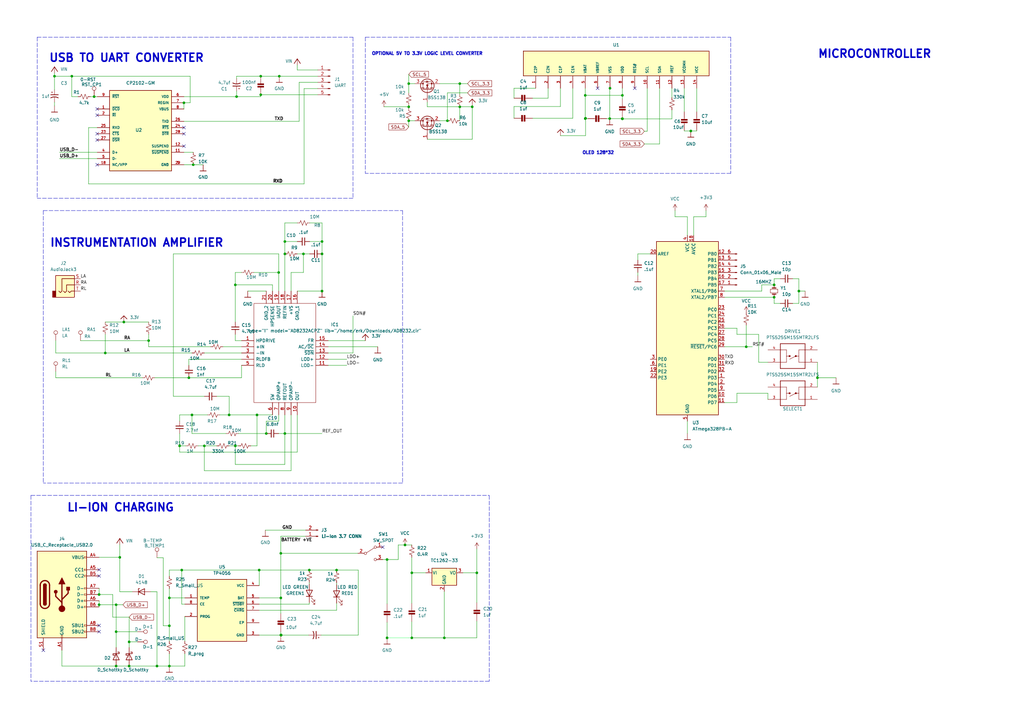
<source format=kicad_sch>
(kicad_sch (version 20211123) (generator eeschema)
  (paper "A3")
  (junction (at 114.3 111.76))
  (junction (at 124.46 104.14))
  (junction (at 167.64 49.53))
  (junction (at 132.08 99.06))
  (junction (at 52.959 273.177))
  (junction (at 116.84 104.14))
  (junction (at 158.75 261.62))
  (junction (at 250.19 36.195))
  (junction (at 335.28 154.94))
  (junction (at 327.66 119.38))
  (junction (at 126.873 233.807))
  (junction (at 182.245 261.62))
  (junction (at 167.64 34.29))
  (junction (at 306.07 142.24))
  (junction (at 132.08 119.38))
  (junction (at 188.595 34.29))
  (junction (at 77.47 154.94))
  (junction (at 50.8 132.08))
  (junction (at 115.189 260.477))
  (junction (at 83.82 182.88))
  (junction (at 69.469 256.667))
  (junction (at 166.116 223.52))
  (junction (at 240.03 48.641))
  (junction (at 158.75 229.489))
  (junction (at 97.028 39.624))
  (junction (at 240.157 48.514))
  (junction (at 195.58 234.95))
  (junction (at 79.248 67.564))
  (junction (at 106.299 233.807))
  (junction (at 168.91 234.95))
  (junction (at 132.08 104.14))
  (junction (at 116.84 99.06))
  (junction (at 75.438 42.164))
  (junction (at 96.52 182.88))
  (junction (at 93.98 170.18))
  (junction (at 22.352 31.242))
  (junction (at 317.5 116.84))
  (junction (at 38.608 39.624))
  (junction (at 96.52 116.84))
  (junction (at 138.049 233.807))
  (junction (at 40.64 248.031))
  (junction (at 255.27 48.641))
  (junction (at 188.595 43.815))
  (junction (at 47.625 248.031))
  (junction (at 49.149 228.6))
  (junction (at 40.64 243.84))
  (junction (at 106.934 38.862))
  (junction (at 114.554 31.242))
  (junction (at 74.549 233.807))
  (junction (at 47.625 259.08))
  (junction (at 29.464 31.242))
  (junction (at 73.66 182.88))
  (junction (at 168.91 261.62))
  (junction (at 43.18 144.78))
  (junction (at 69.469 245.237))
  (junction (at 240.03 39.116))
  (junction (at 255.27 48.768))
  (junction (at 52.959 263.271))
  (junction (at 255.27 39.116))
  (junction (at 115.316 260.477))
  (junction (at 106.934 31.242))
  (junction (at 250.063 48.641))
  (junction (at 115.189 226.949))
  (junction (at 78.74 170.18))
  (junction (at 115.189 245.237))
  (junction (at 47.625 273.177))
  (junction (at 109.22 177.8))
  (junction (at 317.5 121.92))
  (junction (at 105.41 170.18))
  (junction (at 193.675 43.815))
  (junction (at 60.96 139.7))
  (junction (at 183.515 49.53))
  (junction (at 167.64 43.815))
  (junction (at 283.337 53.721))
  (junction (at 116.84 177.8))
  (junction (at 69.469 273.177))
  (junction (at 64.389 273.177))
  (no_connect (at 156.972 224.409))
  (no_connect (at 75.438 52.324))
  (no_connect (at 75.438 54.864))
  (no_connect (at 75.438 59.944))
  (no_connect (at 39.878 57.404))
  (no_connect (at 39.878 54.864))
  (no_connect (at 39.878 47.244))
  (no_connect (at 245.11 36.195))
  (no_connect (at 260.35 36.195))
  (no_connect (at 39.878 44.704))
  (no_connect (at 39.878 67.564))
  (no_connect (at 17.78 266.7))
  (no_connect (at 40.64 256.54))
  (no_connect (at 40.64 259.08))
  (no_connect (at 40.64 233.68))
  (no_connect (at 40.64 236.22))
  (wire (pts (xy 97.028 31.242) (xy 97.028 32.258)))
  (wire (pts (xy 158.75 255.27) (xy 158.75 261.62)))
  (wire (pts (xy 75.819 252.857) (xy 75.819 263.017)))
  (wire (pts (xy 306.07 142.24) (xy 308.61 142.24)))
  (wire (pts (xy 229.87 55.626) (xy 240.157 55.626)))
  (wire (pts (xy 167.64 38.1) (xy 167.64 34.29)))
  (polyline (pts (xy 299.72 71.12) (xy 149.86 71.12)))
  (wire (pts (xy 311.15 137.16) (xy 311.15 148.59)))
  (wire (pts (xy 284.48 96.52) (xy 284.48 88.9)))
  (wire (pts (xy 73.66 182.88) (xy 73.66 185.42)))
  (wire (pts (xy 114.554 31.242) (xy 130.302 31.242)))
  (wire (pts (xy 327.66 119.38) (xy 330.2 119.38)))
  (wire (pts (xy 69.469 245.237) (xy 75.819 245.237)))
  (wire (pts (xy 261.62 106.68) (xy 261.62 104.14)))
  (wire (pts (xy 182.245 261.62) (xy 195.58 261.62)))
  (wire (pts (xy 327.66 119.38) (xy 327.66 124.46)))
  (wire (pts (xy 281.94 172.72) (xy 281.94 177.8)))
  (wire (pts (xy 311.15 148.59) (xy 314.96 148.59)))
  (wire (pts (xy 132.08 119.38) (xy 132.08 104.14)))
  (wire (pts (xy 138.049 234.061) (xy 138.049 233.807)))
  (wire (pts (xy 75.438 49.784) (xy 122.682 49.784)))
  (wire (pts (xy 168.91 234.95) (xy 168.91 247.396)))
  (wire (pts (xy 52.959 253.111) (xy 52.959 263.271)))
  (wire (pts (xy 327.66 114.3) (xy 325.12 114.3)))
  (wire (pts (xy 114.3 172.72) (xy 109.22 172.72)))
  (wire (pts (xy 270.51 36.195) (xy 270.51 59.055)))
  (wire (pts (xy 47.625 259.08) (xy 56.388 259.08)))
  (wire (pts (xy 36.322 52.324) (xy 36.322 75.438)))
  (wire (pts (xy 60.96 142.24) (xy 60.96 139.7)))
  (wire (pts (xy 73.66 170.18) (xy 73.66 172.72)))
  (wire (pts (xy 116.84 177.8) (xy 116.84 190.5)))
  (wire (pts (xy 36.322 75.438) (xy 124.714 75.438)))
  (wire (pts (xy 32.004 39.624) (xy 29.464 39.624)))
  (polyline (pts (xy 12.7 203.2) (xy 12.7 279.4)))
  (wire (pts (xy 49.149 228.6) (xy 49.149 223.393)))
  (wire (pts (xy 276.86 88.9) (xy 276.86 86.36)))
  (wire (pts (xy 73.66 177.8) (xy 73.66 182.88)))
  (wire (pts (xy 49.149 242.697) (xy 49.149 228.6)))
  (wire (pts (xy 229.87 36.195) (xy 229.87 43.688)))
  (wire (pts (xy 105.41 182.88) (xy 105.41 170.18)))
  (wire (pts (xy 157.48 43.815) (xy 167.64 43.815)))
  (polyline (pts (xy 149.86 15.24) (xy 299.72 15.24)))
  (wire (pts (xy 71.12 104.14) (xy 71.12 162.56)))
  (wire (pts (xy 96.52 190.5) (xy 116.84 190.5)))
  (wire (pts (xy 90.17 170.18) (xy 93.98 170.18)))
  (wire (pts (xy 114.3 177.8) (xy 116.84 177.8)))
  (wire (pts (xy 193.675 43.18) (xy 193.675 43.815)))
  (wire (pts (xy 108.839 217.424) (xy 125.349 217.424)))
  (wire (pts (xy 250.063 48.641) (xy 250.063 36.195)))
  (wire (pts (xy 275.59 45.085) (xy 275.59 48.768)))
  (wire (pts (xy 132.08 99.06) (xy 127 99.06)))
  (wire (pts (xy 71.12 162.56) (xy 83.82 162.56)))
  (wire (pts (xy 69.469 236.347) (xy 69.469 233.807)))
  (wire (pts (xy 240.03 48.641) (xy 241.173 48.641)))
  (wire (pts (xy 240.03 39.116) (xy 255.27 39.116)))
  (wire (pts (xy 302.26 165.1) (xy 302.26 161.29)))
  (wire (pts (xy 96.52 182.88) (xy 96.52 190.5)))
  (wire (pts (xy 75.438 42.164) (xy 75.438 44.704)))
  (wire (pts (xy 99.06 111.76) (xy 96.52 111.76)))
  (wire (pts (xy 327.66 114.3) (xy 327.66 119.38)))
  (wire (pts (xy 138.049 239.141) (xy 138.049 239.776)))
  (wire (pts (xy 106.934 39.624) (xy 106.934 38.862)))
  (wire (pts (xy 93.98 182.88) (xy 96.52 182.88)))
  (wire (pts (xy 69.469 241.427) (xy 69.469 245.237)))
  (wire (pts (xy 96.52 132.08) (xy 96.52 116.84)))
  (polyline (pts (xy 200.66 279.4) (xy 12.7 279.4)))
  (wire (pts (xy 270.51 59.055) (xy 264.287 59.055)))
  (wire (pts (xy 210.82 43.688) (xy 210.82 48.514)))
  (wire (pts (xy 317.5 124.46) (xy 320.04 124.46)))
  (wire (pts (xy 63.5 154.94) (xy 77.47 154.94)))
  (wire (pts (xy 124.714 36.322) (xy 124.714 75.438)))
  (wire (pts (xy 130.302 28.702) (xy 121.92 28.702)))
  (wire (pts (xy 75.438 67.564) (xy 79.248 67.564)))
  (wire (pts (xy 96.52 111.76) (xy 96.52 116.84)))
  (wire (pts (xy 126.873 239.522) (xy 126.873 238.887)))
  (polyline (pts (xy 165.1 198.12) (xy 17.78 198.12)))
  (wire (pts (xy 97.028 31.242) (xy 106.934 31.242)))
  (wire (pts (xy 75.438 39.624) (xy 97.028 39.624)))
  (wire (pts (xy 132.08 104.14) (xy 132.08 99.06)))
  (wire (pts (xy 124.46 111.76) (xy 124.46 104.14)))
  (wire (pts (xy 22.86 152.4) (xy 22.86 154.94)))
  (wire (pts (xy 43.18 144.78) (xy 22.86 144.78)))
  (wire (pts (xy 134.62 147.32) (xy 142.24 147.32)))
  (wire (pts (xy 115.189 219.964) (xy 115.189 226.949)))
  (wire (pts (xy 40.64 241.3) (xy 40.64 243.84)))
  (wire (pts (xy 83.82 193.04) (xy 119.38 193.04)))
  (wire (pts (xy 297.18 119.38) (xy 312.42 119.38)))
  (wire (pts (xy 69.469 256.667) (xy 69.469 263.017)))
  (wire (pts (xy 146.939 233.807) (xy 138.049 233.807)))
  (wire (pts (xy 81.28 182.88) (xy 83.82 182.88)))
  (wire (pts (xy 317.5 121.92) (xy 317.5 124.46)))
  (wire (pts (xy 281.94 88.9) (xy 281.94 96.52)))
  (wire (pts (xy 285.75 53.721) (xy 283.337 53.721)))
  (wire (pts (xy 302.26 134.62) (xy 302.26 137.16)))
  (wire (pts (xy 280.67 53.467) (xy 280.67 53.721)))
  (wire (pts (xy 69.469 268.097) (xy 69.469 273.177)))
  (wire (pts (xy 93.98 170.18) (xy 105.41 170.18)))
  (wire (pts (xy 127 91.44) (xy 132.08 91.44)))
  (polyline (pts (xy 144.78 15.24) (xy 144.78 81.28)))
  (wire (pts (xy 297.18 121.92) (xy 317.5 121.92)))
  (wire (pts (xy 77.47 147.32) (xy 77.47 149.86)))
  (wire (pts (xy 114.3 119.38) (xy 114.3 111.76)))
  (wire (pts (xy 66.929 228.727) (xy 66.929 256.667)))
  (wire (pts (xy 126.873 233.807) (xy 138.049 233.807)))
  (wire (pts (xy 109.22 172.72) (xy 109.22 177.8)))
  (wire (pts (xy 73.66 185.42) (xy 121.92 185.42)))
  (wire (pts (xy 188.595 43.815) (xy 193.675 43.815)))
  (wire (pts (xy 131.699 260.477) (xy 146.939 260.477)))
  (wire (pts (xy 39.878 52.324) (xy 36.322 52.324)))
  (wire (pts (xy 24.384 62.484) (xy 39.878 62.484)))
  (wire (pts (xy 73.66 182.88) (xy 76.2 182.88)))
  (wire (pts (xy 121.92 99.06) (xy 116.84 99.06)))
  (wire (pts (xy 183.515 38.1) (xy 191.77 38.1)))
  (wire (pts (xy 74.549 233.807) (xy 106.299 233.807)))
  (wire (pts (xy 317.5 116.84) (xy 317.5 114.3)))
  (wire (pts (xy 33.02 139.7) (xy 60.96 139.7)))
  (wire (pts (xy 167.64 43.18) (xy 167.64 43.815)))
  (wire (pts (xy 302.26 161.29) (xy 314.96 161.29)))
  (wire (pts (xy 158.75 229.489) (xy 158.75 247.65)))
  (wire (pts (xy 96.52 116.84) (xy 111.76 116.84)))
  (wire (pts (xy 168.91 261.62) (xy 168.91 255.016)))
  (wire (pts (xy 83.82 182.88) (xy 88.9 182.88)))
  (wire (pts (xy 285.75 36.195) (xy 285.75 45.847)))
  (wire (pts (xy 74.549 247.777) (xy 74.549 233.807)))
  (wire (pts (xy 224.79 40.259) (xy 224.79 36.195)))
  (wire (pts (xy 167.64 49.53) (xy 167.64 52.07)))
  (wire (pts (xy 342.9 154.94) (xy 335.28 154.94)))
  (wire (pts (xy 119.38 111.76) (xy 124.46 111.76)))
  (wire (pts (xy 40.64 248.031) (xy 47.625 248.031)))
  (wire (pts (xy 60.96 139.7) (xy 60.96 137.16)))
  (wire (pts (xy 69.469 245.237) (xy 69.469 256.667)))
  (wire (pts (xy 43.18 132.08) (xy 50.8 132.08)))
  (wire (pts (xy 163.322 223.52) (xy 166.116 223.52)))
  (wire (pts (xy 61.849 242.697) (xy 64.389 242.697)))
  (wire (pts (xy 83.82 182.88) (xy 83.82 193.04)))
  (wire (pts (xy 158.75 261.62) (xy 168.91 261.62)) (stroke (width 0) (color 72 255 115 1)))
  (wire (pts (xy 126.873 247.777) (xy 126.873 247.142)))
  (wire (pts (xy 97.028 39.624) (xy 106.934 39.624)))
  (wire (pts (xy 134.62 139.7) (xy 149.86 139.7)))
  (wire (pts (xy 134.62 142.24) (xy 154.94 142.24)))
  (wire (pts (xy 229.87 43.688) (xy 210.82 43.688)))
  (polyline (pts (xy 149.86 15.24) (xy 149.86 71.12)))
  (wire (pts (xy 158.75 229.489) (xy 163.322 229.489)))
  (wire (pts (xy 106.934 38.862) (xy 130.302 38.862)))
  (wire (pts (xy 66.929 256.667) (xy 69.469 256.667)))
  (wire (pts (xy 285.75 53.467) (xy 285.75 53.721)))
  (wire (pts (xy 114.3 170.18) (xy 114.3 172.72)))
  (wire (pts (xy 40.64 243.84) (xy 46.228 243.84)))
  (wire (pts (xy 40.64 228.6) (xy 49.149 228.6)))
  (wire (pts (xy 69.469 233.807) (xy 74.549 233.807)))
  (wire (pts (xy 22.352 31.242) (xy 22.352 36.83)))
  (wire (pts (xy 297.18 134.62) (xy 302.26 134.62)))
  (wire (pts (xy 255.27 36.195) (xy 255.27 39.116)))
  (wire (pts (xy 122.682 33.782) (xy 122.682 49.784)))
  (polyline (pts (xy 200.66 203.2) (xy 200.66 279.4)))
  (wire (pts (xy 52.959 273.177) (xy 64.389 273.177)))
  (wire (pts (xy 101.6 119.38) (xy 109.22 119.38)))
  (wire (pts (xy 261.62 104.14) (xy 266.7 104.14)))
  (wire (pts (xy 261.62 111.76) (xy 261.62 113.03)))
  (wire (pts (xy 335.28 148.59) (xy 335.28 154.94)))
  (wire (pts (xy 182.245 242.57) (xy 182.245 261.62)))
  (wire (pts (xy 218.44 48.514) (xy 234.95 48.514)))
  (wire (pts (xy 115.189 245.237) (xy 115.189 251.587)))
  (wire (pts (xy 175.26 57.15) (xy 193.675 57.15)))
  (wire (pts (xy 105.41 170.18) (xy 111.76 170.18)))
  (wire (pts (xy 78.74 177.8) (xy 92.71 177.8)))
  (wire (pts (xy 219.71 36.195) (xy 210.82 36.195)))
  (wire (pts (xy 218.44 40.259) (xy 224.79 40.259)))
  (wire (pts (xy 146.939 260.477) (xy 146.939 233.807)))
  (wire (pts (xy 77.47 154.94) (xy 99.06 154.94)))
  (wire (pts (xy 284.48 88.9) (xy 289.56 88.9)))
  (wire (pts (xy 96.52 139.7) (xy 96.52 137.16)))
  (wire (pts (xy 24.384 65.024) (xy 39.878 65.024)))
  (wire (pts (xy 121.92 26.67) (xy 121.92 28.702)))
  (wire (pts (xy 250.063 36.195) (xy 250.19 36.195)))
  (wire (pts (xy 22.352 29.972) (xy 22.352 31.242)))
  (wire (pts (xy 69.469 273.177) (xy 75.819 273.177)))
  (wire (pts (xy 240.03 36.195) (xy 240.03 39.116)))
  (wire (pts (xy 175.26 43.815) (xy 188.595 43.815)))
  (wire (pts (xy 79.248 67.564) (xy 83.312 67.564)))
  (wire (pts (xy 312.42 116.84) (xy 317.5 116.84)))
  (wire (pts (xy 29.464 39.624) (xy 29.464 31.242)))
  (wire (pts (xy 102.87 182.88) (xy 105.41 182.88)))
  (wire (pts (xy 115.189 226.949) (xy 146.812 226.949)))
  (wire (pts (xy 37.084 39.624) (xy 38.608 39.624)))
  (polyline (pts (xy 15.24 15.24) (xy 15.24 81.28)))
  (wire (pts (xy 312.42 119.38) (xy 312.42 116.84)))
  (wire (pts (xy 168.91 261.62) (xy 182.245 261.62)))
  (wire (pts (xy 40.64 248.031) (xy 40.64 248.92)))
  (wire (pts (xy 166.116 223.52) (xy 168.91 223.52)))
  (wire (pts (xy 97.028 37.338) (xy 97.028 39.624)))
  (wire (pts (xy 167.64 34.29) (xy 170.18 34.29)))
  (wire (pts (xy 121.92 170.18) (xy 121.92 185.42)))
  (wire (pts (xy 116.84 91.44) (xy 116.84 99.06)))
  (wire (pts (xy 52.959 263.271) (xy 52.959 265.557)))
  (wire (pts (xy 175.26 41.91) (xy 175.26 43.815)))
  (wire (pts (xy 25.4 273.177) (xy 47.625 273.177)))
  (wire (pts (xy 97.79 177.8) (xy 109.22 177.8)))
  (wire (pts (xy 134.62 144.78) (xy 144.78 144.78)))
  (wire (pts (xy 134.62 149.86) (xy 142.24 149.86)))
  (wire (pts (xy 71.12 104.14) (xy 114.3 104.14)))
  (wire (pts (xy 121.92 119.38) (xy 132.08 119.38)))
  (wire (pts (xy 314.96 161.29) (xy 314.96 163.83)))
  (wire (pts (xy 25.4 266.7) (xy 25.4 273.177)))
  (wire (pts (xy 106.299 250.317) (xy 138.049 250.317)))
  (wire (pts (xy 93.98 162.56) (xy 93.98 170.18)))
  (wire (pts (xy 49.149 242.697) (xy 54.229 242.697)))
  (wire (pts (xy 144.78 144.78) (xy 144.78 129.54)))
  (wire (pts (xy 46.228 243.84) (xy 46.228 253.111)))
  (wire (pts (xy 255.27 48.768) (xy 255.27 48.641)))
  (wire (pts (xy 115.189 259.207) (xy 115.189 260.477)))
  (wire (pts (xy 195.58 254.762) (xy 195.58 261.62)))
  (wire (pts (xy 167.64 43.815) (xy 167.64 44.45)))
  (wire (pts (xy 91.44 142.24) (xy 99.06 142.24)))
  (wire (pts (xy 116.84 170.18) (xy 116.84 177.8)))
  (wire (pts (xy 47.625 248.031) (xy 47.625 259.08)))
  (wire (pts (xy 317.5 114.3) (xy 320.04 114.3)))
  (wire (pts (xy 265.43 36.195) (xy 265.43 53.848)))
  (wire (pts (xy 114.3 111.76) (xy 114.3 104.14)))
  (wire (pts (xy 96.52 182.88) (xy 97.79 182.88)))
  (wire (pts (xy 47.625 273.177) (xy 52.959 273.177)))
  (wire (pts (xy 195.58 225.171) (xy 195.58 234.95)))
  (wire (pts (xy 64.389 273.177) (xy 69.469 273.177)))
  (wire (pts (xy 99.06 154.94) (xy 99.06 149.86)))
  (wire (pts (xy 88.9 162.56) (xy 93.98 162.56)))
  (wire (pts (xy 195.58 234.95) (xy 195.58 247.142)))
  (wire (pts (xy 302.26 137.16) (xy 311.15 137.16)))
  (wire (pts (xy 240.03 39.116) (xy 240.03 48.641)))
  (polyline (pts (xy 144.78 81.28) (xy 15.24 81.28)))
  (wire (pts (xy 77.978 42.164) (xy 77.978 31.242)))
  (wire (pts (xy 280.67 53.721) (xy 283.337 53.721)))
  (wire (pts (xy 255.27 48.641) (xy 255.27 48.26)))
  (wire (pts (xy 255.27 39.116) (xy 255.27 40.64)))
  (wire (pts (xy 210.82 36.195) (xy 210.82 40.259)))
  (polyline (pts (xy 165.1 86.36) (xy 165.1 198.12)))
  (wire (pts (xy 115.189 226.949) (xy 115.189 245.237)))
  (wire (pts (xy 83.82 144.78) (xy 99.06 144.78)))
  (wire (pts (xy 106.299 245.237) (xy 115.189 245.237)))
  (wire (pts (xy 130.302 36.322) (xy 124.714 36.322)))
  (wire (pts (xy 47.625 259.08) (xy 47.625 265.557)))
  (polyline (pts (xy 17.78 86.36) (xy 165.1 86.36)))
  (wire (pts (xy 75.819 247.777) (xy 74.549 247.777)))
  (polyline (pts (xy 17.78 86.36) (xy 17.78 198.12)))
  (wire (pts (xy 276.86 88.9) (xy 281.94 88.9)))
  (wire (pts (xy 189.865 234.95) (xy 195.58 234.95)))
  (wire (pts (xy 119.38 193.04) (xy 119.38 170.18)))
  (wire (pts (xy 121.92 104.14) (xy 124.46 104.14)))
  (wire (pts (xy 99.06 139.7) (xy 96.52 139.7)))
  (wire (pts (xy 188.595 34.29) (xy 188.595 38.735)))
  (wire (pts (xy 248.793 48.641) (xy 250.063 48.641)))
  (wire (pts (xy 121.92 91.44) (xy 116.84 91.44)))
  (wire (pts (xy 29.464 31.242) (xy 77.978 31.242)))
  (wire (pts (xy 167.64 30.48) (xy 167.64 34.29)))
  (wire (pts (xy 188.595 34.29) (xy 180.34 34.29)))
  (wire (pts (xy 250.063 48.641) (xy 255.27 48.641)))
  (wire (pts (xy 138.049 250.317) (xy 138.049 247.396)))
  (wire (pts (xy 64.389 242.697) (xy 64.389 273.177)))
  (wire (pts (xy 297.18 165.1) (xy 302.26 165.1)))
  (wire (pts (xy 168.91 228.6) (xy 168.91 234.95)))
  (wire (pts (xy 255.27 48.768) (xy 275.59 48.768)))
  (wire (pts (xy 116.84 104.14) (xy 116.84 119.38)))
  (wire (pts (xy 40.64 246.38) (xy 40.64 248.031)))
  (wire (pts (xy 114.3 111.76) (xy 104.14 111.76)))
  (wire (pts (xy 106.299 233.807) (xy 126.873 233.807)))
  (wire (pts (xy 188.595 43.815) (xy 188.595 49.53)))
  (wire (pts (xy 234.95 48.514) (xy 234.95 36.195)))
  (polyline (pts (xy 15.24 15.24) (xy 144.78 15.24)))
  (wire (pts (xy 111.76 116.84) (xy 111.76 119.38)))
  (wire (pts (xy 22.352 31.242) (xy 29.464 31.242)))
  (wire (pts (xy 265.43 53.848) (xy 264.287 53.848)))
  (wire (pts (xy 106.299 247.777) (xy 126.873 247.777)))
  (wire (pts (xy 46.228 253.111) (xy 52.959 253.111)))
  (wire (pts (xy 52.959 263.271) (xy 56.388 263.271)))
  (wire (pts (xy 116.84 99.06) (xy 116.84 104.14)))
  (wire (pts (xy 22.352 41.91) (xy 22.352 43.434)))
  (wire (pts (xy 122.682 33.782) (xy 130.302 33.782)))
  (wire (pts (xy 75.438 62.484) (xy 79.248 62.484)))
  (wire (pts (xy 78.74 170.18) (xy 85.09 170.18)))
  (wire (pts (xy 289.56 88.9) (xy 289.56 86.36)))
  (wire (pts (xy 183.515 49.53) (xy 183.515 38.1)))
  (wire (pts (xy 115.316 260.477) (xy 126.619 260.477)))
  (wire (pts (xy 124.46 104.14) (xy 127 104.14)))
  (wire (pts (xy 119.38 119.38) (xy 119.38 111.76)))
  (wire (pts (xy 22.86 144.78) (xy 22.86 139.7)))
  (wire (pts (xy 168.91 234.95) (xy 174.625 234.95)))
  (wire (pts (xy 64.389 228.727) (xy 66.929 228.727)))
  (wire (pts (xy 43.18 144.78) (xy 78.74 144.78)))
  (wire (pts (xy 106.299 233.807) (xy 106.299 240.157)))
  (wire (pts (xy 193.675 43.815) (xy 193.675 57.15)))
  (wire (pts (xy 50.8 132.08) (xy 60.96 132.08)))
  (wire (pts (xy 335.28 158.75) (xy 335.28 154.94)))
  (wire (pts (xy 180.34 49.53) (xy 183.515 49.53)))
  (wire (pts (xy 297.18 142.24) (xy 306.07 142.24)))
  (wire (pts (xy 275.59 36.195) (xy 275.59 40.005)))
  (wire (pts (xy 163.322 229.489) (xy 163.322 223.52)))
  (wire (pts (xy 280.67 36.195) (xy 280.67 45.847)))
  (wire (pts (xy 132.08 91.44) (xy 132.08 99.06)))
  (wire (pts (xy 77.47 147.32) (xy 99.06 147.32)))
  (wire (pts (xy 22.86 154.94) (xy 58.42 154.94)))
  (wire (pts (xy 240.157 55.626) (xy 240.157 48.514)))
  (wire (pts (xy 125.349 219.964) (xy 115.189 219.964)))
  (polyline (pts (xy 299.72 15.24) (xy 299.72 71.12)))
  (wire (pts (xy 86.36 142.24) (xy 60.96 142.24)))
  (wire (pts (xy 116.84 177.8) (xy 132.08 177.8)))
  (wire (pts (xy 50.419 248.031) (xy 47.625 248.031)))
  (wire (pts (xy 78.74 170.18) (xy 78.74 177.8)))
  (wire (pts (xy 38.608 39.624) (xy 39.878 39.624)))
  (wire (pts (xy 75.819 268.097) (xy 75.819 273.177)))
  (wire (pts (xy 191.77 34.29) (xy 188.595 34.29)))
  (wire (pts (xy 78.74 170.18) (xy 73.66 170.18)))
  (wire (pts (xy 306.07 133.35) (xy 306.07 142.24)))
  (wire (pts (xy 167.64 49.53) (xy 170.18 49.53)))
  (wire (pts (xy 156.972 229.489) (xy 158.75 229.489)))
  (wire (pts (xy 106.299 260.477) (xy 115.189 260.477)))
  (wire (pts (xy 327.66 124.46) (xy 325.12 124.46)))
  (wire (pts (xy 43.18 137.16) (xy 43.18 144.78)))
  (polyline (pts (xy 12.7 203.2) (xy 200.66 203.2)))
  (wire (pts (xy 75.438 42.164) (xy 77.978 42.164)))
  (wire (pts (xy 106.934 31.242) (xy 114.554 31.242)))
  (text "USB TO UART CONVERTER\n" (at 19.939 25.781 0) (effects (font (size 3.27 3.27) (thickness 0.654) bold) (justify left bottom)))
  (text "OLED 128*32\n" (at 238.76 63.5 0) (effects (font (size 1.27 1.27) (thickness 0.654) bold) (justify left bottom)))
  (text "INSTRUMENTATION AMPLIFIER\n" (at 20.32 101.6 0) (effects (font (size 3.27 3.27) (thickness 0.654) bold) (justify left bottom)))
  (text "MICROCONTROLLER" (at 335.28 24.13 0) (effects (font (size 3.27 3.27) bold) (justify left bottom)))
  (text "LI-ION CHARGING " (at 27.305 210.185 0) (effects (font (size 3.27 3.27) (thickness 0.654) bold) (justify left bottom)))
  (text "OPTIONAL 5V TO 3.3V LOGIC LEVEL CONVERTER\n" (at 152.4 22.86 0) (effects (font (size 1.27 1.27) (thickness 0.654) bold) (justify left bottom)))
  (label "RXD" (at 297.18 149.86 0))
  (label "RST#" (at 308.61 142.24 0))
  (label "RA" (at 33.02 116.84 0))
  (label "LDO-" (at 142.24 149.86 0))
  (label "SDN#" (at 144.78 129.54 0))
  (label "LA" (at 33.02 114.3 0))
  (label "TXD" (at 112.522 49.784 0) (effects (font bold)))
  (label "TXD" (at 297.18 147.32 0))
  (label "RL" (at 43.18 154.94 0) (effects (font bold)))
  (label "GND" (at 115.697 217.424 0) (effects (font (thickness 0.254) bold)))
  (label "RL" (at 33.02 119.38 0))
  (label "USB_D+" (at 24.384 65.024 0) (effects (font bold)))
  (label "BATTERY +VE" (at 115.189 222.504 0) (effects (font (thickness 0.254) bold)))
  (label "RXD" (at 111.887 75.438 0) (effects (font (size 1.26 1.26) (thickness 65.4) bold)))
  (label "RA" (at 50.8 139.7 0) (effects (font bold)))
  (label "USB_D-" (at 24.384 62.484 0) (effects (font bold)))
  (label "REF_OUT" (at 132.08 177.8 0))
  (label "LA" (at 50.8 144.78 0) (effects (font bold)))
  (label "LDO+" (at 142.24 147.32 0))
  (global_label "SCL_5" (shape input) (at 167.64 30.48 0) (property "Intersheet References" "${INTERSHEET_REFS}" (effects hide)))
  (global_label "SDA_5" (shape input) (at 167.64 52.07 180) (property "Intersheet References" "${INTERSHEET_REFS}" (effects hide)))
  (global_label "SCL_3.3" (shape input) (at 264.287 53.848 180) (property "Intersheet References" "${INTERSHEET_REFS}" (effects hide)))
  (global_label "USB_D+" (shape input) (at 50.419 248.031 0) (property "Intersheet References" "${INTERSHEET_REFS}" (effects hide)))
  (global_label "SCL_3.3" (shape input) (at 191.77 34.29 0) (property "Intersheet References" "${INTERSHEET_REFS}" (effects hide)))
  (global_label "SDA_3.3" (shape input) (at 264.287 59.055 180) (property "Intersheet References" "${INTERSHEET_REFS}" (effects hide)))
  (global_label "USB_D-" (shape input) (at 52.959 253.111 0) (property "Intersheet References" "${INTERSHEET_REFS}" (effects hide)))
  (global_label "SDA_3.3" (shape input) (at 191.77 38.1 0) (property "Intersheet References" "${INTERSHEET_REFS}" (effects hide)))
  (symbol (lib_id "Device:R_Small_US") (at 138.049 236.601 180) (unit 1)
    (property "Reference" "R24" (at 135.509 237.871 0))
    (property "Value" "1k" (at 135.509 235.331 0))
    (property "Footprint" "Resistor_SMD:R_0603_1608Metric" (effects hide))
  )
  (symbol (lib_id "Device:R_Small_US") (at 306.07 130.81 0) (unit 1)
    (property "Reference" "R11" (at 306.578 125.476 0) (effects (justify left)))
    (property "Value" "10K" (at 306.578 128.016 0) (effects (justify left)))
    (property "Footprint" "Resistor_SMD:R_0603_1608Metric" (effects hide))
  )
  (symbol (lib_id "Connector:TestPoint") (at 22.86 152.4 0) (unit 1)
    (property "Reference" "RL1" (at 25.4 147.8279 0) (effects (justify left)))
    (property "Value" "RL" (at 25.4 150.3679 0) (effects (justify left)))
    (property "Footprint" "TestPoint:TestPoint_Pad_D1.0mm" (effects hide))
  )
  (symbol (lib_id "Connector:TestPoint") (at 56.388 259.08 270) (unit 1)
    (property "Reference" "D+1" (at 58.547 257.048 90) (effects (justify left)))
    (property "Value" "D+" (at 55.245 258.064 90) (effects (justify left)))
    (property "Footprint" "TestPoint:TestPoint_Pad_D1.0mm" (effects hide))
  )
  (symbol (lib_id "SSD1306:SSD1306") (at 252.73 28.575 0) (unit 1)
    (property "Reference" "U1" (at 252.73 18.415 0))
    (property "Value" "SSD1306" (effects hide))
    (property "Footprint" "SSD1306:SSD1306" (effects hide))
  )
  (symbol (lib_id "Adafruit OLED 128x32 Mono I2C-eagle-import:CAP_CERAMIC0402") (at 280.67 48.387 180) (unit 1)
    (property "Reference" "C6" (at 276.479 49.784 0) (effects (justify right)))
    (property "Value" "10uf" (at 275.971 52.197 0) (effects (justify right)))
    (property "Footprint" "Capacitor_SMD:C_0603_1608Metric" (effects hide))
  )
  (symbol (lib_id "Connector:USB_C_Receptacle_USB2.0") (at 25.4 243.84 0) (unit 1)
    (property "Reference" "J4" (at 25.4 220.98 0))
    (property "Value" "USB_C_Receptacle_USB2.0" (at 25.4 223.52 0))
    (property "Footprint" "Connector_USB:USB_C_Receptacle_HRO_TYPE-C-31-M-12" (effects hide))
    (property "Datasheet" "https://www.usb.org/sites/default/files/documents/usb_type-c.zip" (effects hide))
  )
  (symbol (lib_id "Connector:TestPoint") (at 38.608 39.624 0) (unit 1)
    (property "Reference" "RST_CP1" (at 33.401 34.671 0) (effects (justify left)))
    (property "Value" "0-RST" (at 32.893 32.639 0) (effects (justify left)))
    (property "Footprint" "TestPoint:TestPoint_Pad_D1.0mm" (effects hide))
  )
  (symbol (lib_id "Device:C_Small") (at 261.62 109.22 180) (unit 1)
    (property "Reference" "C12" (at 264.16 107.9435 0) (effects (justify right)))
    (property "Value" ".1uf" (at 264.16 110.4835 0) (effects (justify right)))
    (property "Footprint" "Capacitor_SMD:C_0603_1608Metric" (effects hide))
  )
  (symbol (lib_id "Device:R_Small_US") (at 75.819 265.557 180) (unit 1)
    (property "Reference" "R27" (at 77.089 265.557 0) (effects (justify right)))
    (property "Value" "R_prog" (at 77.089 268.097 0) (effects (justify right)))
    (property "Footprint" "Resistor_SMD:R_0603_1608Metric" (effects hide))
  )
  (symbol (lib_id "Device:D_Schottky") (at 52.959 269.367 270) (unit 1)
    (property "Reference" "D3" (at 56.515 269.875 90))
    (property "Value" "D_Schottky" (at 55.753 274.701 90))
    (property "Footprint" "Diode_SMD:D_0603_1608Metric" (effects hide))
  )
  (symbol (lib_id "Adafruit OLED 128x32 Mono I2C-eagle-import:3.3V") (at 149.86 139.7 0) (unit 1)
    (property "Reference" "#0106" (effects hide))
    (property "Value" "3.3V" (at 152.4 137.7949 0) (effects (font (size 1.27 1.0795)) (justify left)))
    (property "Footprint" "Adafruit OLED 128x32 Mono I2C:" (effects hide))
  )
  (symbol (lib_id "Device:C_Small") (at 96.52 134.62 180) (unit 1)
    (property "Reference" "C15" (at 99.06 133.3435 0) (effects (justify right)))
    (property "Value" "4.7uf" (at 99.06 135.8835 0) (effects (justify right)))
    (property "Footprint" "Capacitor_SMD:C_0603_1608Metric" (effects hide))
  )
  (symbol (lib_id "tactile switch:PTS525SM15SMTR2LFS") (at 325.12 146.05 180) (unit 1)
    (property "Reference" "DRIVE1" (at 325.12 135.89 0))
    (property "Value" "PTS525SM15SMTR2LFS" (at 325.12 138.43 0))
    (property "Footprint" "SW_PTS525SM15SMTR2LFS" (effects hide))
    (property "MANUFACTURER" "C & K" (effects hide))
    (property "STANDARD" "Manufacturer REcommendation" (effects hide))
    (property "PARTREV" "NA" (effects hide))
  )
  (symbol (lib_id "MCU_Microchip_ATmega:ATmega328PB-A") (at 281.94 134.62 0) (unit 1)
    (property "Reference" "U3" (at 283.9594 173.355 0) (effects (justify left)))
    (property "Value" "ATmega328PB-A" (at 283.9594 175.895 0) (effects (justify left)))
    (property "Footprint" "Package_QFP:TQFP-32_7x7mm_P0.8mm" (effects hide))
    (property "Datasheet" "http://ww1.microchip.com/downloads/en/DeviceDoc/40001906C.pdf" (effects hide))
  )
  (symbol (lib_id "Device:R_Small_US") (at 78.74 182.88 90) (unit 1)
    (property "Reference" "R19" (at 75.6412 181.7116 90) (effects (justify left)))
    (property "Value" "1M" (at 79.3496 185.0644 90) (effects (justify left)))
    (property "Footprint" "Resistor_SMD:R_0603_1608Metric" (effects hide))
  )
  (symbol (lib_id "Device:R_Small_US") (at 186.055 49.53 90) (unit 1)
    (property "Reference" "R6" (at 191.135 48.26 90) (effects (justify left)))
    (property "Value" "10k" (at 191.77 50.8 90) (effects (justify left)))
    (property "Footprint" "Resistor_SMD:R_0603_1608Metric" (effects hide))
  )
  (symbol (lib_id "Connector:TestPoint") (at 56.388 263.271 270) (unit 1)
    (property "Reference" "D-1" (at 58.547 265.303 90) (effects (justify left)))
    (property "Value" "D-" (at 55.372 262.255 90) (effects (justify left)))
    (property "Footprint" "TestPoint:TestPoint_Pad_D1.0mm" (effects hide))
  )
  (symbol (lib_id "Adafruit OLED 128x32 Mono I2C-eagle-import:GND") (at 114.554 33.782 0) (unit 1)
    (property "Reference" "#U0109" (effects hide))
    (property "Value" "GND" (at 114.554 36.322 0))
    (property "Footprint" "Adafruit OLED 128x32 Mono I2C:" (effects hide))
  )
  (symbol (lib_id "Adafruit OLED 128x32 Mono I2C-eagle-import:GND") (at 132.08 121.92 0) (unit 1)
    (property "Reference" "#U0112" (effects hide))
    (property "Value" "GND" (at 132.08 124.714 0))
    (property "Footprint" "Adafruit OLED 128x32 Mono I2C:" (effects hide))
  )
  (symbol (lib_id "Adafruit OLED 128x32 Mono I2C-eagle-import:GND") (at 22.352 45.974 0) (unit 1)
    (property "Reference" "#0107" (effects hide))
    (property "Value" "GND" (at 22.352 49.149 0))
    (property "Footprint" "Adafruit OLED 128x32 Mono I2C:" (effects hide))
  )
  (symbol (lib_id "Device:R_Small_US") (at 43.18 134.62 0) (unit 1)
    (property "Reference" "R12" (at 44.831 133.3499 0) (effects (justify left)))
    (property "Value" "10M" (at 44.831 135.8899 0) (effects (justify left)))
    (property "Footprint" "Resistor_SMD:R_0603_1608Metric" (effects hide))
  )
  (symbol (lib_id "Device:C_Small") (at 111.76 177.8 270) (unit 1)
    (property "Reference" "C19" (at 111.7536 171.45 90))
    (property "Value" "6.8nf" (at 111.7536 173.99 90))
    (property "Footprint" "Capacitor_SMD:C_0603_1608Metric" (effects hide))
  )
  (symbol (lib_id "Device:R_Small_US") (at 69.469 238.887 0) (unit 1)
    (property "Reference" "R25" (at 72.009 237.6169 0) (effects (justify left)))
    (property "Value" "R_Small_US" (at 72.009 240.1569 0) (effects (justify left)))
    (property "Footprint" "Resistor_SMD:R_0603_1608Metric" (effects hide))
  )
  (symbol (lib_id "Adafruit OLED 128x32 Mono I2C-eagle-import:3.3V") (at 50.8 132.08 0) (unit 1)
    (property "Reference" "#0109" (effects hide))
    (property "Value" "3.3V" (at 53.34 130.1749 0) (effects (font (size 1.27 1.0795)) (justify left)))
    (property "Footprint" "Adafruit OLED 128x32 Mono I2C:" (effects hide))
  )
  (symbol (lib_id "Regulator_Linear:TC1262-33") (at 182.245 234.95 0) (unit 1)
    (property "Reference" "U4" (at 182.245 227.33 0))
    (property "Value" "TC1262-33" (at 182.245 229.87 0))
    (property "Footprint" "Package_TO_SOT_SMD:SOT-223" (effects hide))
    (property "Datasheet" "http://ww1.microchip.com/downloads/en/DeviceDoc/21373C.pdf" (effects hide))
  )
  (symbol (lib_id "Adafruit OLED 128x32 Mono I2C-eagle-import:3.3V") (at 229.87 55.626 0) (unit 1)
    (property "Reference" "#0105" (effects hide))
    (property "Value" "3.3V" (at 232.41 53.7209 0) (effects (font (size 1.27 1.0795)) (justify left)))
    (property "Footprint" "Adafruit OLED 128x32 Mono I2C:" (effects hide))
  )
  (symbol (lib_id "Device:R_Small_US") (at 124.46 91.44 270) (unit 1)
    (property "Reference" "R8" (at 128.778 92.4052 90) (effects (justify left)))
    (property "Value" "10M" (at 127 88.9 90) (effects (justify left)))
    (property "Footprint" "Resistor_SMD:R_0603_1608Metric" (effects hide))
  )
  (symbol (lib_id "Adafruit OLED 128x32 Mono I2C-eagle-import:CAP_CERAMIC0402") (at 115.189 256.667 0) (unit 1)
    (property "Reference" "C23" (at 117.729 253.8729 0) (effects (justify left)))
    (property "Value" "10uf" (at 117.221 257.302 0) (effects (justify left)))
    (property "Footprint" "Capacitor_SMD:C_0603_1608Metric" (effects hide))
  )
  (symbol (lib_id "Device:R_Small_US") (at 275.59 42.545 0) (unit 1)
    (property "Reference" "R4" (at 276.098 37.211 0) (effects (justify left)))
    (property "Value" "330k" (at 276.098 39.751 0) (effects (justify left)))
    (property "Footprint" "Resistor_SMD:R_0603_1608Metric" (effects hide))
  )
  (symbol (lib_id "Device:C_Polarized_Small_US") (at 129.159 260.477 270) (mirror x) (unit 1)
    (property "Reference" "C24" (at 129.5908 253.111 90))
    (property "Value" "4.7uf" (at 129.5908 255.651 90))
    (property "Footprint" "Capacitor_SMD:C_0603_1608Metric" (effects hide))
  )
  (symbol (lib_id "power:VCC") (at 306.07 128.27 0) (unit 1)
    (property "Reference" "#PWR0103" (effects hide))
    (property "Value" "VCC" (at 306.07 123.444 0))
  )
  (symbol (lib_id "Adafruit OLED 128x32 Mono I2C-eagle-import:GND") (at 69.469 275.717 0) (unit 1)
    (property "Reference" "#0103" (effects hide))
    (property "Value" "GND" (at 69.469 278.257 0))
    (property "Footprint" "Adafruit OLED 128x32 Mono I2C:" (effects hide))
  )
  (symbol (lib_id "CP2102-GM:CP2102-GM") (at 57.658 54.864 0) (unit 1)
    (property "Reference" "U2" (at 56.896 53.34 0))
    (property "Value" "CP2102-GM" (at 57.658 34.036 0))
    (property "Footprint" "CP2102-GM:QFN50P500X500X100-29N" (effects hide))
    (property "SNAPEDA_PACKAGE_ID" "11371" (effects hide))
    (property "PRICE" "3.43 USD" (effects hide))
    (property "AVAILABILITY" "Good" (effects hide))
    (property "MANUFACTURER" "Silicon Labs" (effects hide))
    (property "DESCRIPTION" "IC USB-TO-UART BRIDGE 28VQFN" (effects hide))
    (property "PARTREV" "1.8" (effects hide))
    (property "PACKAGE" "QFN-28 Silicon Labs" (effects hide))
    (property "STANDARD" "IPC-7351B" (effects hide))
    (property "MP" "CP2102-GM" (effects hide))
  )
  (symbol (lib_id "Adafruit OLED 128x32 Mono I2C-eagle-import:CAP_CERAMIC0402") (at 255.27 43.18 180) (unit 1)
    (property "Reference" "C5" (at 257.429 43.1799 0) (effects (justify right)))
    (property "Value" "1uf" (at 257.429 45.7199 0) (effects (justify right)))
    (property "Footprint" "Capacitor_SMD:C_0603_1608Metric" (effects hide))
  )
  (symbol (lib_id "Transistor_FET:BSS138") (at 175.26 36.83 90) (unit 1)
    (property "Reference" "Q1" (at 179.07 37.465 90))
    (property "Value" "BSS138" (at 179.07 40.005 90))
    (property "Footprint" "Package_TO_SOT_SMD:SOT-23" (effects hide))
    (property "Datasheet" "https://www.onsemi.com/pub/Collateral/BSS138-D.PDF" (effects hide))
  )
  (symbol (lib_id "Device:R_Small_US") (at 168.91 226.06 0) (unit 1)
    (property "Reference" "R22" (at 171.069 224.7899 0) (effects (justify left)))
    (property "Value" "0.4R" (at 171.069 227.3299 0) (effects (justify left)))
    (property "Footprint" "Resistor_SMD:R_0603_1608Metric" (effects hide))
  )
  (symbol (lib_id "Device:C_Small") (at 322.58 114.3 90) (unit 1)
    (property "Reference" "C13" (at 322.5863 107.95 90))
    (property "Value" "10p" (at 322.5863 110.49 90))
    (property "Footprint" "Capacitor_SMD:C_0603_1608Metric" (effects hide))
  )
  (symbol (lib_id "AD8232ACPZ:AD8232ACPZ") (at 99.06 139.7 0) (unit 1)
    (property "Reference" "IC1" (at 137.3124 133.1212 0))
    (property "Value" "AD8232ACPZ" (at 137.3124 135.6612 0))
    (property "Footprint" "KiCad:QFN50P400X400X80-21N-D" (effects hide))
    (property "Datasheet" "https://www.analog.com/media/en/technical-documentation/data-sheets/ad8232.pdf" (effects hide))
    (property "Description" "ADI ECG and HRM IC Single Lead" (effects hide))
    (property "Height" "0.8" (effects hide))
    (property "Manufacturer_Name" "Analog Devices" (effects hide))
    (property "Manufacturer_Part_Number" "AD8232ACPZ" (effects hide))
    (property "Mouser Part Number" "N/A" (effects hide))
    (property "Mouser Price/Stock" "https://www.mouser.co.uk/ProductDetail/Analog-Devices/AD8232ACPZ?qs=%252BEew9%252B0nqrDwrV1NZJDXjA%3D%3D" (effects hide))
    (property "Spice_Primitive" "I" (effects hide))
    (property "Spice_Netlist_Enabled" "Y" (effects hide))
    (property "Spice_Lib_File" "/home/erk/Downloads/AD8232.cir" (effects hide))
  )
  (symbol (lib_id "Adafruit OLED 128x32 Mono I2C-eagle-import:GND") (at 83.312 70.104 0) (unit 1)
    (property "Reference" "#0108" (effects hide))
    (property "Value" "GND" (at 83.312 72.644 0))
    (property "Footprint" "Adafruit OLED 128x32 Mono I2C:" (effects hide))
  )
  (symbol (lib_id "Device:R_Small_US") (at 34.544 39.624 90) (unit 1)
    (property "Reference" "R1" (at 31.369 37.846 90))
    (property "Value" "4.7k" (at 34.544 42.164 90))
    (property "Footprint" "Resistor_SMD:R_0603_1608Metric" (effects hide))
  )
  (symbol (lib_id "Device:R_Small_US") (at 79.248 65.024 0) (unit 1)
    (property "Reference" "R7" (at 81.28 63.7539 0) (effects (justify left)))
    (property "Value" "10K" (at 81.28 66.2939 0) (effects (justify left)))
    (property "Footprint" "Resistor_SMD:R_0603_1608Metric" (effects hide))
  )
  (symbol (lib_id "Switch:SW_SPDT") (at 151.892 226.949 0) (unit 1)
    (property "Reference" "SW1" (at 157.226 219.075 0))
    (property "Value" "SW_SPDT" (at 157.226 221.615 0))
    (property "Footprint" "Button_Switch_SMD:SW_SPDT_PCM12" (effects hide))
  )
  (symbol (lib_id "Adafruit OLED 128x32 Mono I2C-eagle-import:GND") (at 342.9 157.48 0) (mirror y) (unit 1)
    (property "Reference" "#U0103" (effects hide))
    (property "Value" "GND" (at 342.9 160.274 0))
    (property "Footprint" "Adafruit OLED 128x32 Mono I2C:" (effects hide))
  )
  (symbol (lib_id "Adafruit OLED 128x32 Mono I2C-eagle-import:3.3V") (at 193.675 43.18 0) (unit 1)
    (property "Reference" "#U0107" (effects hide))
    (property "Value" "3.3V" (at 196.215 41.2749 0) (effects (font (size 1.27 1.0795)) (justify left)))
    (property "Footprint" "Adafruit OLED 128x32 Mono I2C:" (effects hide))
  )
  (symbol (lib_id "Connector:Conn_01x06_Male") (at 302.26 111.76 180) (unit 1)
    (property "Reference" "J5" (at 303.53 109.2199 0) (effects (justify right)))
    (property "Value" "Conn_01x06_Male" (at 303.53 111.7599 0) (effects (justify right)))
    (property "Footprint" "TEST_POINT_MATRIX_6-PIN:6PIN_CONN" (effects hide))
  )
  (symbol (lib_id "Device:R_Small_US") (at 69.469 265.557 180) (unit 1)
    (property "Reference" "R26" (at 64.389 264.287 0) (effects (justify right)))
    (property "Value" "R_Small_US" (at 64.389 261.747 0) (effects (justify right)))
    (property "Footprint" "Resistor_SMD:R_0603_1608Metric" (effects hide))
  )
  (symbol (lib_id "Adafruit OLED 128x32 Mono I2C-eagle-import:GND") (at 330.2 121.92 0) (unit 1)
    (property "Reference" "#U0105" (effects hide))
    (property "Value" "GND" (at 330.2 124.714 0))
    (property "Footprint" "Adafruit OLED 128x32 Mono I2C:" (effects hide))
  )
  (symbol (lib_id "Connector:Conn_01x05_Male") (at 135.382 33.782 0) (mirror y) (unit 1)
    (property "Reference" "J1" (at 137.16 32.5119 0) (effects (justify right)))
    (property "Value" "UART" (at 137.16 35.0519 0) (effects (justify right)))
    (property "Footprint" "Connector_PinHeader_1.00mm:PinHeader_1x05_P1.00mm_Horizontal" (effects hide))
  )
  (symbol (lib_id "Adafruit OLED 128x32 Mono I2C-eagle-import:GND") (at 115.189 263.017 0) (unit 1)
    (property "Reference" "#U0102" (effects hide))
    (property "Value" "GND" (at 115.189 265.557 0))
    (property "Footprint" "Adafruit OLED 128x32 Mono I2C:" (effects hide))
  )
  (symbol (lib_id "Adafruit OLED 128x32 Mono I2C-eagle-import:GND") (at 158.75 264.16 0) (unit 1)
    (property "Reference" "#0102" (effects hide))
    (property "Value" "GND" (at 158.75 266.7 0))
    (property "Footprint" "Adafruit OLED 128x32 Mono I2C:" (effects hide))
  )
  (symbol (lib_id "power:+5V") (at 157.48 43.815 0) (unit 1)
    (property "Reference" "#PWR0106" (effects hide))
    (property "Value" "+5V" (at 157.48 38.735 0))
  )
  (symbol (lib_id "Adafruit OLED 128x32 Mono I2C-eagle-import:GND") (at 250.063 51.181 0) (unit 1)
    (property "Reference" "#0104" (effects hide))
    (property "Value" "GND" (at 250.063 53.975 0))
    (property "Footprint" "Adafruit OLED 128x32 Mono I2C:" (effects hide))
  )
  (symbol (lib_id "Adafruit OLED 128x32 Mono I2C-eagle-import:GND") (at 108.839 219.964 0) (unit 1)
    (property "Reference" "#0101" (effects hide))
    (property "Value" "GND" (at 108.839 222.504 0))
    (property "Footprint" "Adafruit OLED 128x32 Mono I2C:" (effects hide))
  )
  (symbol (lib_id "Adafruit OLED 128x32 Mono I2C-eagle-import:GND") (at 101.6 121.92 0) (unit 1)
    (property "Reference" "#U0113" (effects hide))
    (property "Value" "GND" (at 101.6 124.714 0))
    (property "Footprint" "Adafruit OLED 128x32 Mono I2C:" (effects hide))
  )
  (symbol (lib_id "Adafruit OLED 128x32 Mono I2C-eagle-import:CAP_CERAMIC0805-NOTHERMALS") (at 106.934 36.322 0) (unit 1)
    (property "Reference" "C2" (at 102.108 36.322 0))
    (property "Value" "100nf" (at 102.108 33.782 0))
    (property "Footprint" "Capacitor_SMD:C_0603_1608Metric" (effects hide))
  )
  (symbol (lib_id "Adafruit OLED 128x32 Mono I2C-eagle-import:CAP_CERAMIC0402") (at 215.9 40.259 90) (unit 1)
    (property "Reference" "C4" (at 214.63 33.401 90))
    (property "Value" "1uf" (at 214.63 35.941 90))
    (property "Footprint" "Capacitor_SMD:C_0603_1608Metric" (effects hide))
  )
  (symbol (lib_id "Device:R_Small_US") (at 126.873 236.347 180) (unit 1)
    (property "Reference" "R23" (at 123.952 237.617 0))
    (property "Value" "1k" (at 123.952 235.077 0))
    (property "Footprint" "Resistor_SMD:R_0603_1608Metric" (effects hide))
  )
  (symbol (lib_id "Device:R_Small_US") (at 87.63 170.18 90) (unit 1)
    (property "Reference" "R17" (at 88.9 172.72 90) (effects (justify left)))
    (property "Value" "10M" (at 90.17 167.64 90) (effects (justify left)))
    (property "Footprint" "Resistor_SMD:R_0603_1608Metric" (effects hide))
  )
  (symbol (lib_id "Device:D_Zener") (at 58.039 242.697 0) (unit 1)
    (property "Reference" "D1" (at 58.039 236.347 0))
    (property "Value" "4148" (at 58.039 238.887 0))
    (property "Footprint" "Diode_SMD:D_0603_1608Metric" (effects hide))
  )
  (symbol (lib_id "Connector:TestPoint") (at 64.389 228.727 0) (unit 1)
    (property "Reference" "B_TEMP1" (at 59.182 223.774 0) (effects (justify left)))
    (property "Value" "B-TEMP" (at 58.674 221.742 0) (effects (justify left)))
    (property "Footprint" "TestPoint:TestPoint_Pad_D1.0mm" (effects hide))
  )
  (symbol (lib_id "Connector:AudioJack3") (at 27.94 116.84 0) (unit 1)
    (property "Reference" "J2" (at 26.035 107.95 0))
    (property "Value" "AudioJack3" (at 26.035 110.49 0))
    (property "Footprint" "Connector_Audio:Jack_3.5mm_CUI_SJ-3524-SMT_Horizontal" (effects hide))
  )
  (symbol (lib_id "Adafruit OLED 128x32 Mono I2C-eagle-import:GND") (at 261.62 115.57 0) (unit 1)
    (property "Reference" "#U0108" (effects hide))
    (property "Value" "GND" (at 261.62 118.364 0))
    (property "Footprint" "Adafruit OLED 128x32 Mono I2C:" (effects hide))
  )
  (symbol (lib_id "Transistor_FET:BSS138") (at 175.26 52.07 90) (unit 1)
    (property "Reference" "Q2" (at 179.705 51.435 90))
    (property "Value" "BSS138" (at 179.705 53.975 90))
    (property "Footprint" "Package_TO_SOT_SMD:SOT-23" (effects hide))
    (property "Datasheet" "https://www.onsemi.com/pub/Collateral/BSS138-D.PDF" (effects hide))
  )
  (symbol (lib_id "Device:R_Small_US") (at 95.25 177.8 90) (unit 1)
    (property "Reference" "R18" (at 95.25 175.26 90) (effects (justify left)))
    (property "Value" "10M" (at 99.06 176.53 90) (effects (justify left)))
    (property "Footprint" "Resistor_SMD:R_0603_1608Metric" (effects hide))
  )
  (symbol (lib_id "TP4056:TP4056") (at 91.059 250.317 0) (unit 1)
    (property "Reference" "U5" (at 91.059 232.537 0))
    (property "Value" "TP4056" (at 91.059 235.077 0))
    (property "Footprint" "Package_TO_SOT_SMD:TSOT-23-8" (effects hide))
    (property "MAXIMUM_PACKAGE_HEIGHT" "1.75mm" (effects hide))
    (property "STANDARD" "IPC 7351B" (effects hide))
    (property "MANUFACTURER" "NanJing Top Power ASIC Corp." (effects hide))
  )
  (symbol (lib_id "Adafruit OLED 128x32 Mono I2C-eagle-import:GND") (at 281.94 180.34 0) (unit 1)
    (property "Reference" "#U0104" (effects hide))
    (property "Value" "GND" (at 281.94 183.134 0))
    (property "Footprint" "Adafruit OLED 128x32 Mono I2C:" (effects hide))
  )
  (symbol (lib_id "Device:Crystal_Small") (at 317.5 119.38 90) (unit 1)
    (property "Reference" "Y1" (at 320.04 118.1099 90) (effects (justify right)))
    (property "Value" "16MHZ" (at 309.88 115.57 90) (effects (justify right)))
    (property "Footprint" "Crystal:Crystal_SMD_0603-2Pin_6.0x3.5mm" (effects hide))
  )
  (symbol (lib_id "Adafruit OLED 128x32 Mono I2C-eagle-import:CAP_CERAMIC0402") (at 158.75 252.73 0) (unit 1)
    (property "Reference" "C22" (at 161.29 250.1899 0) (effects (justify left)))
    (property "Value" ".1uf" (at 161.29 252.7299 0) (effects (justify left)))
    (property "Footprint" "Capacitor_SMD:C_0603_1608Metric" (effects hide))
  )
  (symbol (lib_id "Adafruit OLED 128x32 Mono I2C-eagle-import:CAP_CERAMIC0402") (at 215.9 48.514 90) (unit 1)
    (property "Reference" "C8" (at 214.63 42.037 90))
    (property "Value" "1uf" (at 214.63 44.577 90))
    (property "Footprint" "Capacitor_SMD:C_0603_1608Metric" (effects hide))
  )
  (symbol (lib_id "Device:C_Small") (at 73.66 175.26 180) (unit 1)
    (property "Reference" "C18" (at 76.2 173.9835 0) (effects (justify right)))
    (property "Value" "2.7nf" (at 76.2 176.5235 0) (effects (justify right)))
    (property "Footprint" "Capacitor_SMD:C_0603_1608Metric" (effects hide))
  )
  (symbol (lib_id "Device:R_Small_US") (at 119.38 104.14 270) (unit 1)
    (property "Reference" "R9" (at 119.38 101.6 90) (effects (justify left)))
    (property "Value" "10M" (at 118.7704 106.0704 90) (effects (justify left)))
    (property "Footprint" "Resistor_SMD:R_0603_1608Metric" (effects hide))
  )
  (symbol (lib_id "tactile switch:PTS525SM15SMTR2LFS") (at 325.12 161.29 180) (unit 1)
    (property "Reference" "SELECT1" (at 325.12 167.64 0))
    (property "Value" "PTS525SM15SMTR2LFS" (at 325.12 153.67 0))
    (property "Footprint" "SW_PTS525SM15SMTR2LFS" (effects hide))
    (property "MANUFACTURER" "C & K" (effects hide))
    (property "STANDARD" "Manufacturer REcommendation" (effects hide))
    (property "PARTREV" "NA" (effects hide))
  )
  (symbol (lib_id "Connector:TestPoint") (at 33.02 139.7 0) (unit 1)
    (property "Reference" "RA1" (at 35.56 135.1279 0) (effects (justify left)))
    (property "Value" "RA" (at 34.5186 137.9727 0) (effects (justify left)))
    (property "Footprint" "TestPoint:TestPoint_Pad_D1.0mm" (effects hide))
  )
  (symbol (lib_id "Device:C_Polarized_Small_US") (at 97.028 34.798 180) (unit 1)
    (property "Reference" "C1" (at 91.9988 36.449 0))
    (property "Value" "4.7uf" (at 91.9988 33.909 0))
    (property "Footprint" "Capacitor_SMD:C_0603_1608Metric" (effects hide))
  )
  (symbol (lib_id "Adafruit OLED 128x32 Mono I2C-eagle-import:CAP_CERAMIC0805-NOTHERMALS") (at 195.58 252.222 0) (unit 1)
    (property "Reference" "C20" (at 198.12 249.6819 0) (effects (justify left)))
    (property "Value" "1uf" (at 198.12 252.2219 0) (effects (justify left)))
    (property "Footprint" "Capacitor_SMD:C_0603_1608Metric" (effects hide))
  )
  (symbol (lib_id "power:+3.3V") (at 289.56 86.36 0) (unit 1)
    (property "Reference" "#PWR0105" (effects hide))
    (property "Value" "+3.3V" (at 289.56 81.026 0))
  )
  (symbol (lib_id "Device:R_Small_US") (at 101.6 111.76 270) (unit 1)
    (property "Reference" "R10" (at 105.918 112.7252 90) (effects (justify left)))
    (property "Value" "10M" (at 100.9904 113.6904 90) (effects (justify left)))
    (property "Footprint" "Resistor_SMD:R_0603_1608Metric" (effects hide))
  )
  (symbol (lib_id "Device:C_Small") (at 124.46 99.06 270) (unit 1)
    (property "Reference" "C10" (at 119.38 96.52 90))
    (property "Value" ".1uf" (at 124.4536 95.25 90))
    (property "Footprint" "Capacitor_SMD:C_0603_1608Metric" (effects hide))
  )
  (symbol (lib_id "Device:C_Polarized_Small_US") (at 22.352 39.37 0) (unit 1)
    (property "Reference" "C3" (at 24.892 34.1121 0) (effects (justify left)))
    (property "Value" "1uf" (at 17.018 39.4461 0) (effects (justify left)))
    (property "Footprint" "Capacitor_SMD:C_0603_1608Metric" (effects hide))
  )
  (symbol (lib_id "Adafruit OLED 128x32 Mono I2C-eagle-import:GND") (at 283.337 56.261 0) (unit 1)
    (property "Reference" "#U0106" (effects hide))
    (property "Value" "GND" (at 283.337 59.055 0))
    (property "Footprint" "Adafruit OLED 128x32 Mono I2C:" (effects hide))
  )
  (symbol (lib_id "power:VCC") (at 276.86 86.36 0) (unit 1)
    (property "Reference" "#PWR0104" (effects hide))
    (property "Value" "VCC" (at 276.86 81.534 0))
  )
  (symbol (lib_id "Adafruit OLED 128x32 Mono I2C-eagle-import:CAP_CERAMIC0805-NOTHERMALS") (at 168.91 252.476 0) (unit 1)
    (property "Reference" "C21" (at 171.45 249.9359 0) (effects (justify left)))
    (property "Value" "1uf" (at 171.45 252.4759 0) (effects (justify left)))
    (property "Footprint" "Capacitor_SMD:C_0603_1608Metric" (effects hide))
  )
  (symbol (lib_id "Adafruit OLED 128x32 Mono I2C-eagle-import:GND") (at 154.94 144.78 0) (unit 1)
    (property "Reference" "#U0111" (effects hide))
    (property "Value" "GND" (at 154.94 147.574 0))
    (property "Footprint" "Adafruit OLED 128x32 Mono I2C:" (effects hide))
  )
  (symbol (lib_id "Device:D_Schottky") (at 47.625 269.367 270) (unit 1)
    (property "Reference" "D2" (at 44.069 269.875 90))
    (property "Value" "D_Schottky" (at 45.085 274.701 90))
    (property "Footprint" "Diode_SMD:D_0603_1608Metric" (effects hide))
  )
  (symbol (lib_id "Device:R_Small_US") (at 60.96 154.94 90) (unit 1)
    (property "Reference" "R16" (at 57.8612 153.7716 90) (effects (justify left)))
    (property "Value" "10M" (at 61.5696 157.1244 90) (effects (justify left)))
    (property "Footprint" "Resistor_SMD:R_0603_1608Metric" (effects hide))
  )
  (symbol (lib_id "Connector:Conn_01x02_Male") (at 130.429 219.964 180) (unit 1)
    (property "Reference" "J3" (at 131.699 217.4239 0) (effects (justify right)))
    (property "Value" "Li-Ion 3.7 CONN" (at 131.699 219.9639 0) (effects (font bold) (justify right)))
    (property "Footprint" "Connector_PinHeader_1.00mm:PinHeader_1x02_P1.00mm_Horizontal" (effects hide))
  )
  (symbol (lib_id "Adafruit OLED 128x32 Mono I2C-eagle-import:VIN") (at 121.92 26.67 0) (mirror y) (unit 1)
    (property "Reference" "#U0110" (effects hide))
    (property "Value" "VIN" (at 119.888 25.0824 0) (effects (font (size 1.27 1.0795)) (justify left)))
    (property "Footprint" "Adafruit OLED 128x32 Mono I2C:" (effects hide))
  )
  (symbol (lib_id "Device:C_Small") (at 77.47 152.4 180) (unit 1)
    (property "Reference" "C16" (at 80.5688 151.1235 0) (effects (justify right)))
    (property "Value" "1nf" (at 80.5688 153.6635 0) (effects (justify right)))
    (property "Footprint" "Capacitor_SMD:C_0603_1608Metric" (effects hide))
  )
  (symbol (lib_id "Device:LED") (at 138.049 243.586 90) (unit 1)
    (property "Reference" "RED1" (at 142.494 243.332 90))
    (property "Value" "LED RED" (at 142.494 240.792 90))
    (property "Footprint" "LED_SMD:LED_0603_1608Metric" (effects hide))
  )
  (symbol (lib_id "power:+3.3V") (at 195.58 225.171 0) (unit 1)
    (property "Reference" "#PWR0101" (effects hide))
    (property "Value" "+3.3V" (at 195.58 219.837 0))
  )
  (symbol (lib_id "Device:LED") (at 126.873 243.332 90) (unit 1)
    (property "Reference" "GREEN1" (at 121.158 243.332 90))
    (property "Value" "LED GREEN" (at 121.158 240.792 90))
    (property "Footprint" "LED_SMD:LED_0603_1608Metric" (effects hide))
  )
  (symbol (lib_id "Device:R_Small_US") (at 88.9 142.24 90) (unit 1)
    (property "Reference" "R14" (at 84.582 141.2748 90) (effects (justify left)))
    (property "Value" "10M" (at 89.5096 140.3096 90) (effects (justify left)))
    (property "Footprint" "Resistor_SMD:R_0603_1608Metric" (effects hide))
  )
  (symbol (lib_id "Device:R_Small_US") (at 100.33 182.88 90) (unit 1)
    (property "Reference" "R21" (at 97.2312 181.7116 90) (effects (justify left)))
    (property "Value" "100K" (at 100.9396 185.0644 90) (effects (justify left)))
    (property "Footprint" "Resistor_SMD:R_0603_1608Metric" (effects hide))
  )
  (symbol (lib_id "Device:C_Small") (at 322.58 124.46 90) (unit 1)
    (property "Reference" "C14" (at 322.58 127 90))
    (property "Value" "10p" (at 322.5863 120.65 90))
    (property "Footprint" "Crystal:Crystal_SMD_2012-2Pin_2.0x1.2mm" (effects hide))
  )
  (symbol (lib_id "Device:R_Small_US") (at 167.64 46.99 180) (unit 1)
    (property "Reference" "R5" (at 166.37 47.625 0) (effects (justify left)))
    (property "Value" "10k" (at 165.735 45.085 0) (effects (justify left)))
    (property "Footprint" "Resistor_SMD:R_0603_1608Metric" (effects hide))
  )
  (symbol (lib_id "Device:R_Small_US") (at 81.28 144.78 90) (unit 1)
    (property "Reference" "R15" (at 78.1812 143.6116 90) (effects (justify left)))
    (property "Value" "10M" (at 81.8896 146.9644 90) (effects (justify left)))
    (property "Footprint" "Resistor_SMD:R_0603_1608Metric" (effects hide))
  )
  (symbol (lib_id "Device:C_Small") (at 86.36 162.56 270) (unit 1)
    (property "Reference" "C17" (at 86.3536 156.21 90))
    (property "Value" "4.7uf" (at 86.3536 158.75 90))
    (property "Footprint" "Capacitor_SMD:C_0603_1608Metric" (effects hide))
  )
  (symbol (lib_id "Adafruit OLED 128x32 Mono I2C-eagle-import:VIN") (at 49.149 223.393 0) (unit 1)
    (property "Reference" "#U0101" (effects hide))
    (property "Value" "VIN" (at 51.689 221.8054 0) (effects (font (size 1.27 1.0795)) (justify left)))
    (property "Footprint" "Adafruit OLED 128x32 Mono I2C:" (effects hide))
  )
  (symbol (lib_id "Adafruit OLED 128x32 Mono I2C-eagle-import:VIN") (at 22.352 29.972 0) (unit 1)
    (property "Reference" "#U0114" (effects hide))
    (property "Value" "VIN" (at 24.892 28.3844 0) (effects (font (size 1.27 1.0795)) (justify left)))
    (property "Footprint" "Adafruit OLED 128x32 Mono I2C:" (effects hide))
  )
  (symbol (lib_id "power:VCC") (at 166.116 223.52 0) (unit 1)
    (property "Reference" "#PWR0102" (effects hide))
    (property "Value" "VCC" (at 166.116 218.694 0))
  )
  (symbol (lib_id "Adafruit OLED 128x32 Mono I2C-eagle-import:CAP_CERAMIC0402") (at 285.75 48.387 180) (unit 1)
    (property "Reference" "C7" (at 287.655 47.625 0) (effects (justify right)))
    (property "Value" "10uf" (at 287.655 50.165 0) (effects (justify right)))
    (property "Footprint" "Capacitor_SMD:C_0603_1608Metric" (effects hide))
  )
  (symbol (lib_id "Device:R_Small_US") (at 60.96 134.62 0) (unit 1)
    (property "Reference" "R13" (at 62.103 131.953 0) (effects (justify left)))
    (property "Value" "10M" (at 62.103 134.493 0) (effects (justify left)))
    (property "Footprint" "Resistor_SMD:R_0603_1608Metric" (effects hide))
  )
  (symbol (lib_id "Connector:TestPoint") (at 22.86 139.7 0) (unit 1)
    (property "Reference" "LA1" (at 25.4 135.1279 0) (effects (justify left)))
    (property "Value" "LA" (at 25.4 137.6679 0) (effects (justify left)))
    (property "Footprint" "TestPoint:TestPoint_Pad_D1.0mm" (effects hide))
  )
  (symbol (lib_id "Device:R_Small_US") (at 91.44 182.88 90) (unit 1)
    (property "Reference" "R20" (at 88.3412 181.7116 90) (effects (justify left)))
    (property "Value" "330K" (at 92.0496 185.0644 90) (effects (justify left)))
    (property "Footprint" "Resistor_SMD:R_0603_1608Metric" (effects hide))
  )
  (symbol (lib_id "Device:C_Small") (at 129.54 104.14 270) (unit 1)
    (property "Reference" "C11" (at 129.54 106.68 90))
    (property "Value" ".1uf" (at 129.5336 100.33 90))
    (property "Footprint" "Capacitor_SMD:C_0603_1608Metric" (effects hide))
  )
  (symbol (lib_id "Device:R_Small_US") (at 188.595 41.275 180) (unit 1)
    (property "Reference" "R3" (at 187.325 39.37 0) (effects (justify left)))
    (property "Value" "10k" (at 187.325 41.275 0) (effects (justify left)))
    (property "Footprint" "Resistor_SMD:R_0603_1608Metric" (effects hide))
  )
  (symbol (lib_id "Device:R_Small_US") (at 167.64 40.64 180) (unit 1)
    (property "Reference" "R2" (at 166.37 38.1 0) (effects (justify left)))
    (property "Value" "10k" (at 165.735 35.56 0) (effects (justify left)))
    (property "Footprint" "Resistor_SMD:R_0603_1608Metric" (effects hide))
  )
  (symbol (lib_id "Adafruit OLED 128x32 Mono I2C-eagle-import:CAP_CERAMIC0402") (at 246.253 48.641 90) (unit 1)
    (property "Reference" "C9" (at 244.983 42.164 90))
    (property "Value" "1uf" (at 244.983 44.704 90))
    (property "Footprint" "Capacitor_SMD:C_0603_1608Metric" (effects hide))
  )
)
</source>
